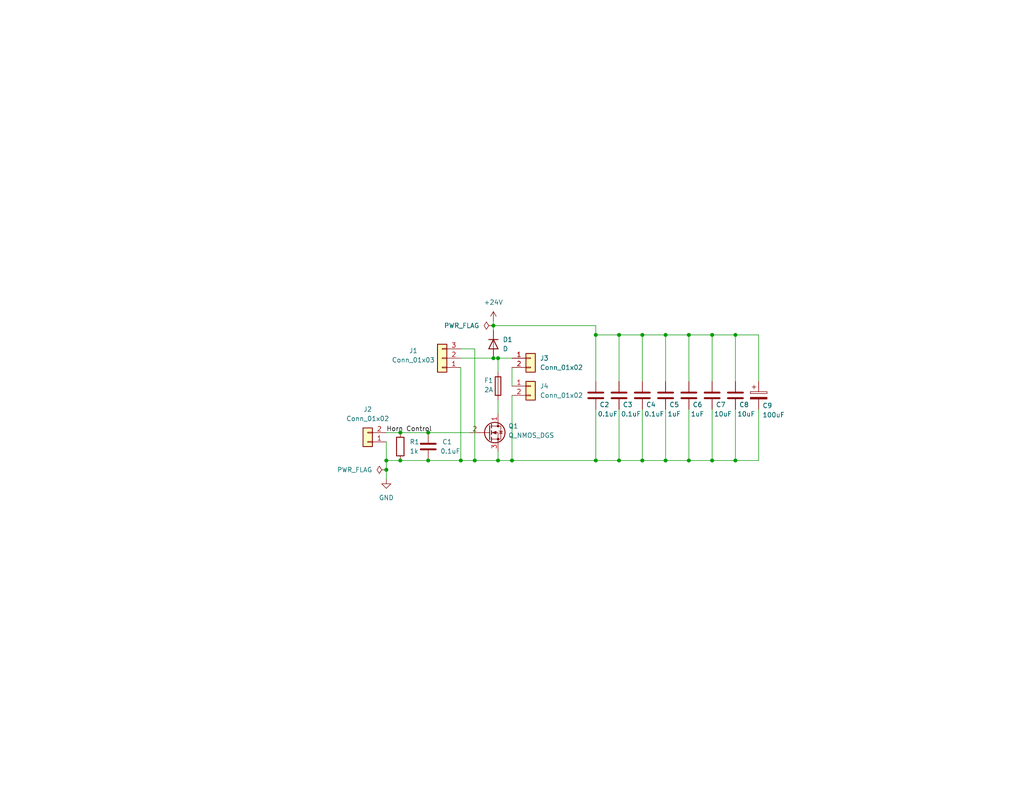
<source format=kicad_sch>
(kicad_sch (version 20231120) (generator "eeschema") (generator_version "8.0")
  (paper "USLetter")
  (title_block (title "Template") (date "2024-10-07") (rev "1.0") (company "Illini Solar Car") (comment 1 "Designed By: Adam Jiang"))
  (lib_symbols
    (symbol "Connector_Generic:Conn_01x02" (pin_names (offset 1.016) hide)
      (property "Reference" "J" (at 0 2.54 0))
      (property "Value" "Conn_01x02" (at 0 -5.08 0))
      (symbol "Conn_01x02_1_1"
        (rectangle (start -1.27 -2.413) (end 0 -2.667) (stroke (width 0.1524)))
        (rectangle (start -1.27 0.127) (end 0 -0.127) (stroke (width 0.1524)))
        (rectangle (start -1.27 1.27) (end 1.27 -3.81) (stroke (width 0.254)) (fill (type background)))
        (pin passive line (at -5.08 0 0) (length 3.81) (name "Pin_1") (number "1"))
        (pin passive line (at -5.08 -2.54 0) (length 3.81) (name "Pin_2") (number "2"))
      )
    )
    (symbol "Connector_Generic:Conn_01x03" (pin_names (offset 1.016) hide)
      (property "Reference" "J" (at 0 5.08 0))
      (property "Value" "Conn_01x03" (at 0 -5.08 0))
      (symbol "Conn_01x03_1_1"
        (rectangle (start -1.27 -2.413) (end 0 -2.667) (stroke (width 0.1524)))
        (rectangle (start -1.27 0.127) (end 0 -0.127) (stroke (width 0.1524)))
        (rectangle (start -1.27 2.667) (end 0 2.413) (stroke (width 0.1524)))
        (rectangle (start -1.27 3.81) (end 1.27 -3.81) (stroke (width 0.254)) (fill (type background)))
        (pin passive line (at -5.08 2.54 0) (length 3.81) (name "Pin_1") (number "1"))
        (pin passive line (at -5.08 0 0) (length 3.81) (name "Pin_2") (number "2"))
        (pin passive line (at -5.08 -2.54 0) (length 3.81) (name "Pin_3") (number "3"))
      )
    )
    (symbol "Device:C" (pin_numbers hide) (pin_names (offset 0.254))
      (property "Reference" "C" (at 0.635 2.54 0))
      (property "Value" "C" (at 0.635 -2.54 0))
      (symbol "C_0_1"
        (polyline (pts (xy -2.032 -0.762) (xy 2.032 -0.762)) (stroke (width 0.508)))
        (polyline (pts (xy -2.032 0.762) (xy 2.032 0.762)) (stroke (width 0.508)))
      )
      (symbol "C_1_1"
        (pin passive line (at 0 3.81 270) (length 2.794) (name "~") (number "1"))
        (pin passive line (at 0 -3.81 90) (length 2.794) (name "~") (number "2"))
      )
    )
    (symbol "Device:D" (pin_numbers hide) (pin_names (offset 1.016) hide)
      (property "Reference" "D" (at 0 2.54 0))
      (property "Value" "D" (at 0 -2.54 0))
      (symbol "D_0_1"
        (polyline (pts (xy -1.27 1.27) (xy -1.27 -1.27)) (stroke (width 0.254)))
        (polyline (pts (xy 1.27 0) (xy -1.27 0)))
        (polyline (pts (xy 1.27 1.27) (xy 1.27 -1.27) (xy -1.27 0) (xy 1.27 1.27)) (stroke (width 0.254)))
      )
      (symbol "D_1_1"
        (pin passive line (at -3.81 0 0) (length 2.54) (name "K") (number "1"))
        (pin passive line (at 3.81 0 180) (length 2.54) (name "A") (number "2"))
      )
    )
    (symbol "Device:Q_NMOS_DGS" (pin_names (offset 0) hide)
      (property "Reference" "Q" (at 5.08 1.27 0))
      (property "Value" "Q_NMOS_DGS" (at 5.08 -1.27 0))
      (symbol "Q_NMOS_DGS_0_1"
        (polyline (pts (xy 0.254 0) (xy -2.54 0)))
        (polyline (pts (xy 0.254 1.905) (xy 0.254 -1.905)) (stroke (width 0.254)))
        (polyline (pts (xy 0.762 -1.27) (xy 0.762 -2.286)) (stroke (width 0.254)))
        (polyline (pts (xy 0.762 0.508) (xy 0.762 -0.508)) (stroke (width 0.254)))
        (polyline (pts (xy 0.762 2.286) (xy 0.762 1.27)) (stroke (width 0.254)))
        (polyline (pts (xy 2.54 2.54) (xy 2.54 1.778)))
        (polyline (pts (xy 2.54 -2.54) (xy 2.54 0) (xy 0.762 0)))
        (polyline (pts (xy 0.762 -1.778) (xy 3.302 -1.778) (xy 3.302 1.778) (xy 0.762 1.778)))
        (polyline (pts (xy 1.016 0) (xy 2.032 0.381) (xy 2.032 -0.381) (xy 1.016 0)) (fill (type outline)))
        (polyline (pts (xy 2.794 0.508) (xy 2.921 0.381) (xy 3.683 0.381) (xy 3.81 0.254)))
        (polyline (pts (xy 3.302 0.381) (xy 2.921 -0.254) (xy 3.683 -0.254) (xy 3.302 0.381)))
        (circle (center 1.651 0) (radius 2.794) (stroke (width 0.254)))
        (circle (center 2.54 -1.778) (radius 0.254) (fill (type outline)))
        (circle (center 2.54 1.778) (radius 0.254) (fill (type outline)))
      )
      (symbol "Q_NMOS_DGS_1_1"
        (pin passive line (at 2.54 5.08 270) (length 2.54) (name "D") (number "1"))
        (pin input line (at -5.08 0 0) (length 2.54) (name "G") (number "2"))
        (pin passive line (at 2.54 -5.08 90) (length 2.54) (name "S") (number "3"))
      )
    )
    (symbol "device:C_Polarized" (pin_numbers hide) (pin_names (offset 0.254))
      (property "Reference" "C" (at 0.635 2.54 0))
      (property "Value" "C_Polarized" (at 0.635 -2.54 0))
      (symbol "C_Polarized_0_1"
        (rectangle (start -2.286 0.508) (end 2.286 1.016))
        (polyline (pts (xy -1.778 2.286) (xy -0.762 2.286)))
        (polyline (pts (xy -1.27 2.794) (xy -1.27 1.778)))
        (rectangle (start 2.286 -0.508) (end -2.286 -1.016) (fill (type outline)))
      )
      (symbol "C_Polarized_1_1"
        (pin passive line (at 0 3.81 270) (length 2.794) (name "~") (number "1"))
        (pin passive line (at 0 -3.81 90) (length 2.794) (name "~") (number "2"))
      )
    )
    (symbol "device:Fuse" (pin_numbers hide) (pin_names (offset 0))
      (property "Reference" "F" (at 2.032 0 90))
      (property "Value" "Fuse" (at -1.905 0 90))
      (symbol "Fuse_0_1"
        (rectangle (start -0.762 -2.54) (end 0.762 2.54) (stroke (width 0.254)))
        (polyline (pts (xy 0 2.54) (xy 0 -2.54)))
      )
      (symbol "Fuse_1_1"
        (pin passive line (at 0 3.81 270) (length 1.27) (name "~") (number "1"))
        (pin passive line (at 0 -3.81 90) (length 1.27) (name "~") (number "2"))
      )
    )
    (symbol "device:R" (pin_numbers hide) (pin_names (offset 0))
      (property "Reference" "R" (at 2.032 0 90))
      (property "Value" "R" (at 0 0 90))
      (symbol "R_0_1"
        (rectangle (start -1.016 -2.54) (end 1.016 2.54) (stroke (width 0.254)))
      )
      (symbol "R_1_1"
        (pin passive line (at 0 3.81 270) (length 1.27) (name "~") (number "1"))
        (pin passive line (at 0 -3.81 90) (length 1.27) (name "~") (number "2"))
      )
    )
    (symbol "power:+24V" (power) (pin_names (offset 0))
      (property "Value" "+24V" (at 0 3.556 0))
      (symbol "+24V_0_1"
        (polyline (pts (xy -0.762 1.27) (xy 0 2.54)))
        (polyline (pts (xy 0 0) (xy 0 2.54)))
        (polyline (pts (xy 0 2.54) (xy 0.762 1.27)))
      )
      (symbol "+24V_1_1"
        (pin power_in line (at 0 0 90) (length 0) hide (name "+24V") (number "1"))
      )
    )
    (symbol "power:GND" (power) (pin_names (offset 0))
      (property "Value" "GND" (at 0 -3.81 0))
      (symbol "GND_0_1"
        (polyline (pts (xy 0 0) (xy 0 -1.27) (xy 1.27 -1.27) (xy 0 -2.54) (xy -1.27 -1.27) (xy 0 -1.27)))
      )
      (symbol "GND_1_1"
        (pin power_in line (at 0 0 270) (length 0) hide (name "GND") (number "1"))
      )
    )
    (symbol "power:PWR_FLAG" (power) (pin_numbers hide) (pin_names (offset 0) hide)
      (property "Value" "PWR_FLAG" (at 0 3.81 0))
      (symbol "PWR_FLAG_0_0"
        (pin power_out line (at 0 0 90) (length 0) (name "pwr") (number "1"))
      )
      (symbol "PWR_FLAG_0_1"
        (polyline (pts (xy 0 0) (xy 0 1.27) (xy -1.016 1.905) (xy 0 2.54) (xy 1.016 1.905) (xy 0 1.27)))
      )
    )
  )
  (junction (at 162.56 125.73))
  (junction (at 116.84 125.73))
  (junction (at 109.22 125.73))
  (junction (at 168.91 125.73))
  (junction (at 135.89 125.73))
  (junction (at 109.22 118.11))
  (junction (at 194.31 91.44))
  (junction (at 162.56 91.44))
  (junction (at 187.96 91.44))
  (junction (at 168.91 91.44))
  (junction (at 134.62 88.9))
  (junction (at 125.73 125.73))
  (junction (at 194.31 125.73))
  (junction (at 134.62 97.79))
  (junction (at 187.96 125.73))
  (junction (at 175.26 125.73))
  (junction (at 200.66 91.44))
  (junction (at 135.89 97.79))
  (junction (at 181.61 125.73))
  (junction (at 181.61 91.44))
  (junction (at 105.41 125.73))
  (junction (at 105.41 128.27))
  (junction (at 139.7 125.73))
  (junction (at 129.54 125.73))
  (junction (at 175.26 91.44))
  (junction (at 116.84 118.11))
  (junction (at 200.66 125.73))
  (wire (pts (xy 207.01 111.76) (xy 207.01 125.73)))
  (wire (pts (xy 125.73 97.79) (xy 134.62 97.79)))
  (wire (pts (xy 168.91 111.76) (xy 168.91 125.73)))
  (wire (pts (xy 125.73 95.25) (xy 129.54 95.25)))
  (wire (pts (xy 181.61 91.44) (xy 187.96 91.44)))
  (wire (pts (xy 109.22 125.73) (xy 116.84 125.73)))
  (wire (pts (xy 200.66 111.76) (xy 200.66 125.73)))
  (wire (pts (xy 168.91 125.73) (xy 175.26 125.73)))
  (wire (pts (xy 200.66 91.44) (xy 200.66 104.14)))
  (wire (pts (xy 135.89 97.79) (xy 135.89 101.6)))
  (wire (pts (xy 200.66 91.44) (xy 207.01 91.44)))
  (wire (pts (xy 181.61 125.73) (xy 187.96 125.73)))
  (wire (pts (xy 175.26 91.44) (xy 175.26 104.14)))
  (wire (pts (xy 135.89 97.79) (xy 139.7 97.79)))
  (wire (pts (xy 116.84 118.11) (xy 128.27 118.11)))
  (wire (pts (xy 187.96 91.44) (xy 194.31 91.44)))
  (wire (pts (xy 194.31 91.44) (xy 200.66 91.44)))
  (wire (pts (xy 135.89 125.73) (xy 139.7 125.73)))
  (wire (pts (xy 187.96 125.73) (xy 194.31 125.73)))
  (wire (pts (xy 187.96 91.44) (xy 187.96 104.14)))
  (wire (pts (xy 181.61 111.76) (xy 181.61 125.73)))
  (wire (pts (xy 105.41 125.73) (xy 105.41 128.27)))
  (wire (pts (xy 175.26 125.73) (xy 181.61 125.73)))
  (wire (pts (xy 194.31 91.44) (xy 194.31 104.14)))
  (wire (pts (xy 134.62 87.63) (xy 134.62 88.9)))
  (wire (pts (xy 162.56 88.9) (xy 162.56 91.44)))
  (wire (pts (xy 134.62 88.9) (xy 134.62 90.17)))
  (wire (pts (xy 125.73 125.73) (xy 129.54 125.73)))
  (wire (pts (xy 135.89 123.19) (xy 135.89 125.73)))
  (wire (pts (xy 175.26 91.44) (xy 181.61 91.44)))
  (wire (pts (xy 139.7 125.73) (xy 162.56 125.73)))
  (wire (pts (xy 135.89 109.22) (xy 135.89 113.03)))
  (wire (pts (xy 134.62 97.79) (xy 135.89 97.79)))
  (wire (pts (xy 168.91 91.44) (xy 168.91 104.14)))
  (wire (pts (xy 162.56 111.76) (xy 162.56 125.73)))
  (wire (pts (xy 168.91 91.44) (xy 175.26 91.44)))
  (wire (pts (xy 129.54 95.25) (xy 129.54 125.73)))
  (wire (pts (xy 109.22 118.11) (xy 116.84 118.11)))
  (wire (pts (xy 105.41 128.27) (xy 105.41 130.81)))
  (wire (pts (xy 125.73 100.33) (xy 125.73 125.73)))
  (wire (pts (xy 200.66 125.73) (xy 207.01 125.73)))
  (wire (pts (xy 181.61 91.44) (xy 181.61 104.14)))
  (wire (pts (xy 194.31 111.76) (xy 194.31 125.73)))
  (wire (pts (xy 162.56 125.73) (xy 168.91 125.73)))
  (wire (pts (xy 187.96 111.76) (xy 187.96 125.73)))
  (wire (pts (xy 139.7 107.95) (xy 139.7 125.73)))
  (wire (pts (xy 105.41 120.65) (xy 105.41 125.73)))
  (wire (pts (xy 116.84 125.73) (xy 125.73 125.73)))
  (wire (pts (xy 162.56 91.44) (xy 168.91 91.44)))
  (wire (pts (xy 105.41 118.11) (xy 109.22 118.11)))
  (wire (pts (xy 207.01 91.44) (xy 207.01 104.14)))
  (wire (pts (xy 105.41 125.73) (xy 109.22 125.73)))
  (wire (pts (xy 162.56 91.44) (xy 162.56 104.14)))
  (wire (pts (xy 175.26 111.76) (xy 175.26 125.73)))
  (wire (pts (xy 194.31 125.73) (xy 200.66 125.73)))
  (wire (pts (xy 134.62 88.9) (xy 162.56 88.9)))
  (wire (pts (xy 139.7 100.33) (xy 139.7 105.41)))
  (wire (pts (xy 129.54 125.73) (xy 135.89 125.73)))
  (label "Horn Control" (at 105.41 118.11 0))
  (symbol (lib_id "Device:Q_NMOS_DGS") (at 133.35 118.11 0) (unit 1)
    (property "Reference" "Q1" (at 138.684 116.332 0) (effects (justify left)))
    (property "Value" "Q_NMOS_DGS" (at 138.684 118.872 0) (effects (justify left)))
    (property "Footprint" "Transistor_Power:GaN_Systems_GaNPX-3_5x6.6mm_Drain2.93x0.6mm" (effects (hide yes)))
    (property "Datasheet" "https://www.vishay.com/docs/91420/sihfr010.pdf" (effects (hide yes)))
    (property "Description" "N-MOSFET transistor, drain/gate/source" (effects (hide yes)))
    (property "MPN" "IRFR010PBF" (effects (hide yes)))
  )
  (symbol (lib_id "power:+24V") (at 134.62 87.63 0) (unit 1)
    (property "Reference" "#PWR02" (effects (hide yes)))
    (property "Value" "+24V" (at 134.62 82.55 0))
    (property "Description" "Power symbol creates a global label with name \"+24V\"" (effects (hide yes)))
  )
  (symbol (lib_id "power:PWR_FLAG") (at 134.62 88.9 90) (unit 1)
    (property "Reference" "#FLG01" (effects (hide yes)))
    (property "Value" "PWR_FLAG" (at 130.81 88.8999 90) (effects (justify left)))
    (property "Description" "Special symbol for telling ERC where power comes from" (effects (hide yes)))
  )
  (symbol (lib_id "Device:D") (at 134.62 93.98 270) (unit 1)
    (property "Reference" "D1" (at 137.16 92.7099 90) (effects (justify left)))
    (property "Value" "D" (at 137.16 95.2499 90) (effects (justify left)))
    (property "Footprint" "Diode_SMD:D_0603_1608Metric_Pad1.05x0.95mm_HandSolder" (effects (hide yes)))
    (property "Datasheet" "~https://www.diodes.com/assets/Datasheets/ds14002.pdf" (effects (hide yes)))
    (property "Description" "Diode" (effects (hide yes)))
    (property "Sim.Device" "D" (effects (hide yes)))
    (property "Sim.Pins" "1=K 2=A" (effects (hide yes)))
    (property "MPN" "ES2DA-13-F" (effects (hide yes)))
  )
  (symbol (lib_id "device:Fuse") (at 135.89 105.41 0) (unit 1)
    (property "Reference" "F1" (at 132.08 103.886 0) (effects (justify left)))
    (property "Value" "2A" (at 132.08 106.426 0) (effects (justify left)))
    (property "Footprint" "Fuse:Fuse_0603_1608Metric_Pad1.05x0.95mm_HandSolder" (effects (hide yes)))
    (property "Description" "Fuse" (effects (hide yes)))
  )
  (symbol (lib_id "Device:C") (at 116.84 121.92 0) (unit 1)
    (property "Reference" "C1" (at 120.65 120.6499 0) (effects (justify left)))
    (property "Value" "0.1uF" (at 120.142 123.19 0) (effects (justify left)))
    (property "Footprint" "Capacitor_SMD:C_0603_1608Metric_Pad1.08x0.95mm_HandSolder" (effects (hide yes)))
    (property "Description" "Unpolarized capacitor" (effects (hide yes)))
  )
  (symbol (lib_id "Device:C") (at 162.56 107.95 0) (unit 1)
    (property "Reference" "C2" (at 163.576 110.4899 0) (effects (justify left)))
    (property "Value" "0.1uF" (at 163.068 113.03 0) (effects (justify left)))
    (property "Footprint" "Capacitor_SMD:C_0603_1608Metric_Pad1.08x0.95mm_HandSolder" (effects (hide yes)))
    (property "Description" "Unpolarized capacitor" (effects (hide yes)))
  )
  (symbol (lib_id "power:GND") (at 105.41 130.81 0) (unit 1)
    (property "Reference" "#PWR01" (effects (hide yes)))
    (property "Value" "GND" (at 105.41 135.89 0))
    (property "Description" "Power symbol creates a global label with name \"GND\" , ground" (effects (hide yes)))
  )
  (symbol (lib_id "Device:C") (at 181.61 107.95 0) (unit 1)
    (property "Reference" "C5" (at 182.626 110.4899 0) (effects (justify left)))
    (property "Value" "1uF" (at 182.118 113.03 0) (effects (justify left)))
    (property "Footprint" "Capacitor_SMD:C_0603_1608Metric_Pad1.08x0.95mm_HandSolder" (effects (hide yes)))
    (property "Description" "Unpolarized capacitor" (effects (hide yes)))
  )
  (symbol (lib_id "device:R") (at 109.22 121.92 0) (unit 1)
    (property "Reference" "R1" (at 111.76 120.6499 0) (effects (justify left)))
    (property "Value" "1k" (at 111.76 123.1899 0) (effects (justify left)))
    (property "Footprint" "Resistor_SMD:R_0603_1608Metric_Pad0.98x0.95mm_HandSolder" (effects (hide yes)))
    (property "Description" "Resistor" (effects (hide yes)))
  )
  (symbol (lib_id "Device:C") (at 187.96 107.95 0) (unit 1)
    (property "Reference" "C6" (at 188.976 110.4899 0) (effects (justify left)))
    (property "Value" "1uF" (at 188.468 113.03 0) (effects (justify left)))
    (property "Footprint" "Capacitor_SMD:C_0603_1608Metric_Pad1.08x0.95mm_HandSolder" (effects (hide yes)))
    (property "Description" "Unpolarized capacitor" (effects (hide yes)))
  )
  (symbol (lib_id "Device:C") (at 168.91 107.95 0) (unit 1)
    (property "Reference" "C3" (at 169.926 110.4899 0) (effects (justify left)))
    (property "Value" "0.1uF" (at 169.418 113.03 0) (effects (justify left)))
    (property "Footprint" "Capacitor_SMD:C_0603_1608Metric_Pad1.08x0.95mm_HandSolder" (effects (hide yes)))
    (property "Description" "Unpolarized capacitor" (effects (hide yes)))
  )
  (symbol (lib_id "Connector_Generic:Conn_01x02") (at 144.78 97.79 0) (unit 1)
    (property "Reference" "J3" (at 147.32 97.7899 0) (effects (justify left)))
    (property "Value" "Conn_01x02" (at 147.32 100.3299 0) (effects (justify left)))
    (property "Footprint" "Connector_Molex:Molex_KK-254_AE-6410-02A_1x02_P2.54mm_Vertical" (effects (hide yes)))
    (property "Datasheet" "https://www.molex.com/content/dam/molex/molex-dot-com/products/automated/en-us/salesdrawingpdf/641/6410/022272021_sd.pdf?inline" (effects (hide yes)))
    (property "Description" "Generic connector, single row, 01x02, script generated (kicad-library-utils/schlib/autogen/connector/)" (effects (hide yes)))
    (property "MPN" "022272021" (effects (hide yes)))
  )
  (symbol (lib_id "Connector_Generic:Conn_01x02") (at 100.33 120.65 180) (unit 1)
    (property "Reference" "J2" (at 100.33 111.76 0))
    (property "Value" "Conn_01x02" (at 100.33 114.3 0))
    (property "Footprint" "Connector_Molex:Molex_KK-254_AE-6410-02A_1x02_P2.54mm_Vertical" (effects (hide yes)))
    (property "Datasheet" "https://www.molex.com/content/dam/molex/molex-dot-com/products/automated/en-us/salesdrawingpdf/641/6410/022272021_sd.pdf?inline" (effects (hide yes)))
    (property "Description" "Generic connector, single row, 01x02, script generated (kicad-library-utils/schlib/autogen/connector/)" (effects (hide yes)))
    (property "MPN" "022272021" (effects (hide yes)))
  )
  (symbol (lib_id "Connector_Generic:Conn_01x02") (at 144.78 105.41 0) (unit 1)
    (property "Reference" "J4" (at 147.32 105.4099 0) (effects (justify left)))
    (property "Value" "Conn_01x02" (at 147.32 107.9499 0) (effects (justify left)))
    (property "Footprint" "Connector_Molex:Molex_KK-254_AE-6410-02A_1x02_P2.54mm_Vertical" (effects (hide yes)))
    (property "Datasheet" "https://www.molex.com/content/dam/molex/molex-dot-com/products/automated/en-us/salesdrawingpdf/641/6410/022272021_sd.pdf?inline" (effects (hide yes)))
    (property "Description" "Generic connector, single row, 01x02, script generated (kicad-library-utils/schlib/autogen/connector/)" (effects (hide yes)))
    (property "MPN" "022272021" (effects (hide yes)))
  )
  (symbol (lib_id "Connector_Generic:Conn_01x03") (at 120.65 97.79 180) (unit 1)
    (property "Reference" "J1" (at 112.776 95.758 0))
    (property "Value" "Conn_01x03" (at 112.776 98.298 0))
    (property "Footprint" "Connector_Molex:Molex_KK-254_AE-6410-03A_1x03_P2.54mm_Vertical" (effects (hide yes)))
    (property "Datasheet" "https://www.molex.com/content/dam/molex/molex-dot-com/products/automated/en-us/salesdrawingpdf/641/6410/022272031_sd.pdf?inline" (effects (hide yes)))
    (property "Description" "Generic connector, single row, 01x03, script generated (kicad-library-utils/schlib/autogen/connector/)" (effects (hide yes)))
    (property "MPN" "0022272031" (effects (hide yes)))
  )
  (symbol (lib_id "Device:C") (at 194.31 107.95 0) (unit 1)
    (property "Reference" "C7" (at 195.326 110.4899 0) (effects (justify left)))
    (property "Value" "10uF" (at 194.818 113.03 0) (effects (justify left)))
    (property "Footprint" "Capacitor_SMD:C_0603_1608Metric_Pad1.08x0.95mm_HandSolder" (effects (hide yes)))
    (property "Description" "Unpolarized capacitor" (effects (hide yes)))
  )
  (symbol (lib_id "Device:C") (at 200.66 107.95 0) (unit 1)
    (property "Reference" "C8" (at 201.676 110.4899 0) (effects (justify left)))
    (property "Value" "10uF" (at 201.168 113.03 0) (effects (justify left)))
    (property "Footprint" "Capacitor_SMD:C_0603_1608Metric_Pad1.08x0.95mm_HandSolder" (effects (hide yes)))
    (property "Description" "Unpolarized capacitor" (effects (hide yes)))
  )
  (symbol (lib_id "power:PWR_FLAG") (at 105.41 128.27 90) (unit 1)
    (property "Reference" "#FLG02" (effects (hide yes)))
    (property "Value" "PWR_FLAG" (at 101.6 128.2699 90) (effects (justify left)))
    (property "Description" "Special symbol for telling ERC where power comes from" (effects (hide yes)))
  )
  (symbol (lib_id "Device:C") (at 175.26 107.95 0) (unit 1)
    (property "Reference" "C4" (at 176.276 110.4899 0) (effects (justify left)))
    (property "Value" "0.1uF" (at 175.768 113.03 0) (effects (justify left)))
    (property "Footprint" "Capacitor_SMD:C_0603_1608Metric_Pad1.08x0.95mm_HandSolder" (effects (hide yes)))
    (property "Description" "Unpolarized capacitor" (effects (hide yes)))
  )
  (symbol (lib_id "device:C_Polarized") (at 207.01 107.95 0) (unit 1)
    (property "Reference" "C9" (at 208.026 110.744 0) (effects (justify left)))
    (property "Value" "100uF" (at 208.026 113.284 0) (effects (justify left)))
    (property "Footprint" "Capacitor_SMD:C_0603_1608Metric_Pad1.08x0.95mm_HandSolder" (effects (hide yes)))
    (property "Description" "Polarized capacitor" (effects (hide yes)))
  )
)
</source>
